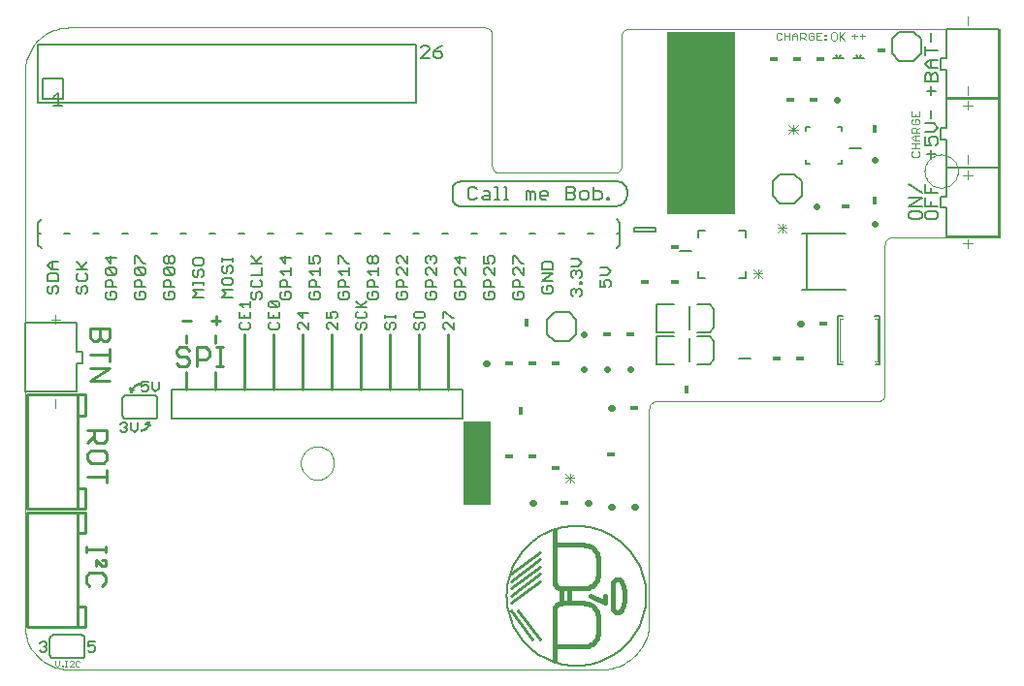
<source format=gto>
G75*
G70*
%OFA0B0*%
%FSLAX24Y24*%
%IPPOS*%
%LPD*%
%AMOC8*
5,1,8,0,0,1.08239X$1,22.5*
%
%ADD10C,0.0060*%
%ADD11C,0.0090*%
%ADD12C,0.0110*%
%ADD13R,0.0960X0.2900*%
%ADD14C,0.0160*%
%ADD15C,0.0100*%
%ADD16C,0.0020*%
%ADD17C,0.0040*%
%ADD18C,0.0030*%
%ADD19C,0.0010*%
%ADD20C,0.0050*%
%ADD21C,0.0000*%
%ADD22C,0.0080*%
%ADD23C,0.0220*%
%ADD24R,0.0300X0.0180*%
%ADD25R,0.0180X0.0300*%
%ADD26R,0.2362X0.6299*%
D10*
X007442Y002054D02*
X007386Y002111D01*
X007442Y002054D02*
X007556Y002054D01*
X007612Y002111D01*
X007612Y002168D01*
X007556Y002225D01*
X007499Y002225D01*
X007556Y002225D02*
X007612Y002281D01*
X007612Y002338D01*
X007556Y002395D01*
X007442Y002395D01*
X007386Y002338D01*
X007724Y002524D02*
X007724Y001924D01*
X007726Y001907D01*
X007730Y001890D01*
X007737Y001874D01*
X007747Y001860D01*
X007760Y001847D01*
X007774Y001837D01*
X007790Y001830D01*
X007807Y001826D01*
X007824Y001824D01*
X008824Y001824D01*
X008841Y001826D01*
X008858Y001830D01*
X008874Y001837D01*
X008888Y001847D01*
X008901Y001860D01*
X008911Y001874D01*
X008918Y001890D01*
X008922Y001907D01*
X008924Y001924D01*
X008924Y002524D01*
X008922Y002541D01*
X008918Y002558D01*
X008911Y002574D01*
X008901Y002588D01*
X008888Y002601D01*
X008874Y002611D01*
X008858Y002618D01*
X008841Y002622D01*
X008824Y002624D01*
X007824Y002624D01*
X007807Y002622D01*
X007790Y002618D01*
X007774Y002611D01*
X007760Y002601D01*
X007747Y002588D01*
X007737Y002574D01*
X007730Y002558D01*
X007726Y002541D01*
X007724Y002524D01*
X009036Y002395D02*
X009036Y002225D01*
X009149Y002281D01*
X009206Y002281D01*
X009262Y002225D01*
X009262Y002111D01*
X009206Y002054D01*
X009092Y002054D01*
X009036Y002111D01*
X009036Y002395D02*
X009262Y002395D01*
X010211Y009604D02*
X010154Y009661D01*
X010211Y009604D02*
X010324Y009604D01*
X010381Y009661D01*
X010381Y009718D01*
X010324Y009775D01*
X010267Y009775D01*
X010324Y009775D02*
X010381Y009831D01*
X010381Y009888D01*
X010324Y009945D01*
X010211Y009945D01*
X010154Y009888D01*
X010324Y010074D02*
X011324Y010074D01*
X011341Y010076D01*
X011358Y010080D01*
X011374Y010087D01*
X011388Y010097D01*
X011401Y010110D01*
X011411Y010124D01*
X011418Y010140D01*
X011422Y010157D01*
X011424Y010174D01*
X011424Y010774D01*
X011422Y010791D01*
X011418Y010808D01*
X011411Y010824D01*
X011401Y010838D01*
X011388Y010851D01*
X011374Y010861D01*
X011358Y010868D01*
X011341Y010872D01*
X011324Y010874D01*
X010324Y010874D01*
X010307Y010872D01*
X010290Y010868D01*
X010274Y010861D01*
X010260Y010851D01*
X010247Y010838D01*
X010237Y010824D01*
X010230Y010808D01*
X010226Y010791D01*
X010224Y010774D01*
X010224Y010174D01*
X010226Y010157D01*
X010230Y010140D01*
X010237Y010124D01*
X010247Y010110D01*
X010260Y010097D01*
X010274Y010087D01*
X010290Y010080D01*
X010307Y010076D01*
X010324Y010074D01*
X010522Y009945D02*
X010522Y009718D01*
X010636Y009604D01*
X010749Y009718D01*
X010749Y009945D01*
X011024Y009874D02*
X011174Y009824D01*
X011124Y009974D01*
X011024Y009874D01*
X011037Y011004D02*
X010924Y011004D01*
X010867Y011061D01*
X010867Y011175D02*
X010981Y011231D01*
X011037Y011231D01*
X011094Y011175D01*
X011094Y011061D01*
X011037Y011004D01*
X011236Y011118D02*
X011349Y011004D01*
X011462Y011118D01*
X011462Y011345D01*
X011236Y011345D02*
X011236Y011118D01*
X011094Y011345D02*
X010867Y011345D01*
X010867Y011175D01*
X010624Y011074D02*
X010524Y010974D01*
X010474Y011124D01*
X010624Y011074D01*
X014254Y013211D02*
X014310Y013154D01*
X014537Y013154D01*
X014594Y013211D01*
X014594Y013325D01*
X014537Y013381D01*
X014594Y013523D02*
X014594Y013750D01*
X014594Y013891D02*
X014594Y014118D01*
X014594Y014004D02*
X014254Y014004D01*
X014367Y013891D01*
X014254Y013750D02*
X014254Y013523D01*
X014594Y013523D01*
X014424Y013523D02*
X014424Y013636D01*
X014310Y013381D02*
X014254Y013325D01*
X014254Y013211D01*
X015254Y013211D02*
X015310Y013154D01*
X015537Y013154D01*
X015594Y013211D01*
X015594Y013325D01*
X015537Y013381D01*
X015594Y013523D02*
X015254Y013523D01*
X015254Y013750D01*
X015310Y013891D02*
X015254Y013948D01*
X015254Y014061D01*
X015310Y014118D01*
X015537Y013891D01*
X015594Y013948D01*
X015594Y014061D01*
X015537Y014118D01*
X015310Y014118D01*
X015310Y013891D02*
X015537Y013891D01*
X015594Y013750D02*
X015594Y013523D01*
X015424Y013523D02*
X015424Y013636D01*
X015310Y013381D02*
X015254Y013325D01*
X015254Y013211D01*
X016254Y013211D02*
X016310Y013154D01*
X016254Y013211D02*
X016254Y013325D01*
X016310Y013381D01*
X016367Y013381D01*
X016594Y013154D01*
X016594Y013381D01*
X016424Y013523D02*
X016254Y013693D01*
X016594Y013693D01*
X016424Y013750D02*
X016424Y013523D01*
X017254Y013523D02*
X017254Y013750D01*
X017367Y013693D02*
X017424Y013750D01*
X017537Y013750D01*
X017594Y013693D01*
X017594Y013579D01*
X017537Y013523D01*
X017424Y013523D02*
X017367Y013636D01*
X017367Y013693D01*
X017424Y013523D02*
X017254Y013523D01*
X017310Y013381D02*
X017254Y013325D01*
X017254Y013211D01*
X017310Y013154D01*
X017310Y013381D02*
X017367Y013381D01*
X017594Y013154D01*
X017594Y013381D01*
X018254Y013325D02*
X018254Y013211D01*
X018310Y013154D01*
X018367Y013154D01*
X018424Y013211D01*
X018424Y013325D01*
X018480Y013381D01*
X018537Y013381D01*
X018594Y013325D01*
X018594Y013211D01*
X018537Y013154D01*
X018310Y013381D02*
X018254Y013325D01*
X018310Y013523D02*
X018537Y013523D01*
X018594Y013579D01*
X018594Y013693D01*
X018537Y013750D01*
X018480Y013891D02*
X018254Y014118D01*
X018254Y013891D02*
X018594Y013891D01*
X018424Y013948D02*
X018594Y014118D01*
X018694Y014176D02*
X018954Y014176D01*
X019019Y014241D01*
X019019Y014371D01*
X018954Y014436D01*
X018824Y014436D01*
X018824Y014306D01*
X018694Y014436D02*
X018629Y014371D01*
X018629Y014241D01*
X018694Y014176D01*
X018310Y013750D02*
X018254Y013693D01*
X018254Y013579D01*
X018310Y013523D01*
X017954Y014176D02*
X017694Y014176D01*
X017629Y014241D01*
X017629Y014371D01*
X017694Y014436D01*
X017824Y014436D02*
X017824Y014306D01*
X017824Y014436D02*
X017954Y014436D01*
X018019Y014371D01*
X018019Y014241D01*
X017954Y014176D01*
X018019Y014590D02*
X017629Y014590D01*
X017629Y014785D01*
X017694Y014850D01*
X017824Y014850D01*
X017889Y014785D01*
X017889Y014590D01*
X018019Y015004D02*
X018019Y015265D01*
X018019Y015135D02*
X017629Y015135D01*
X017759Y015004D01*
X017629Y015419D02*
X017629Y015679D01*
X017694Y015679D01*
X017954Y015419D01*
X018019Y015419D01*
X018629Y015484D02*
X018629Y015614D01*
X018694Y015679D01*
X018759Y015679D01*
X018824Y015614D01*
X018824Y015484D01*
X018759Y015419D01*
X018694Y015419D01*
X018629Y015484D01*
X018824Y015484D02*
X018889Y015419D01*
X018954Y015419D01*
X019019Y015484D01*
X019019Y015614D01*
X018954Y015679D01*
X018889Y015679D01*
X018824Y015614D01*
X019019Y015265D02*
X019019Y015004D01*
X019019Y015135D02*
X018629Y015135D01*
X018759Y015004D01*
X018824Y014850D02*
X018889Y014785D01*
X018889Y014590D01*
X019019Y014590D02*
X018629Y014590D01*
X018629Y014785D01*
X018694Y014850D01*
X018824Y014850D01*
X019629Y014785D02*
X019694Y014850D01*
X019824Y014850D01*
X019889Y014785D01*
X019889Y014590D01*
X020019Y014590D02*
X019629Y014590D01*
X019629Y014785D01*
X019694Y015004D02*
X019629Y015069D01*
X019629Y015200D01*
X019694Y015265D01*
X019759Y015265D01*
X020019Y015004D01*
X020019Y015265D01*
X020019Y015419D02*
X019759Y015679D01*
X019694Y015679D01*
X019629Y015614D01*
X019629Y015484D01*
X019694Y015419D01*
X020019Y015419D02*
X020019Y015679D01*
X020629Y015614D02*
X020694Y015679D01*
X020759Y015679D01*
X020824Y015614D01*
X020889Y015679D01*
X020954Y015679D01*
X021019Y015614D01*
X021019Y015484D01*
X020954Y015419D01*
X021019Y015265D02*
X021019Y015004D01*
X020759Y015265D01*
X020694Y015265D01*
X020629Y015200D01*
X020629Y015069D01*
X020694Y015004D01*
X020694Y014850D02*
X020824Y014850D01*
X020889Y014785D01*
X020889Y014590D01*
X021019Y014590D02*
X020629Y014590D01*
X020629Y014785D01*
X020694Y014850D01*
X020694Y014436D02*
X020629Y014371D01*
X020629Y014241D01*
X020694Y014176D01*
X020954Y014176D01*
X021019Y014241D01*
X021019Y014371D01*
X020954Y014436D01*
X020824Y014436D01*
X020824Y014306D01*
X021629Y014371D02*
X021629Y014241D01*
X021694Y014176D01*
X021954Y014176D01*
X022019Y014241D01*
X022019Y014371D01*
X021954Y014436D01*
X021824Y014436D01*
X021824Y014306D01*
X021694Y014436D02*
X021629Y014371D01*
X021629Y014590D02*
X021629Y014785D01*
X021694Y014850D01*
X021824Y014850D01*
X021889Y014785D01*
X021889Y014590D01*
X022019Y014590D02*
X021629Y014590D01*
X021694Y015004D02*
X021629Y015069D01*
X021629Y015200D01*
X021694Y015265D01*
X021759Y015265D01*
X022019Y015004D01*
X022019Y015265D01*
X021824Y015419D02*
X021629Y015614D01*
X022019Y015614D01*
X021824Y015679D02*
X021824Y015419D01*
X022629Y015419D02*
X022824Y015419D01*
X022759Y015549D01*
X022759Y015614D01*
X022824Y015679D01*
X022954Y015679D01*
X023019Y015614D01*
X023019Y015484D01*
X022954Y015419D01*
X023019Y015265D02*
X023019Y015004D01*
X022759Y015265D01*
X022694Y015265D01*
X022629Y015200D01*
X022629Y015069D01*
X022694Y015004D01*
X022694Y014850D02*
X022824Y014850D01*
X022889Y014785D01*
X022889Y014590D01*
X023019Y014590D02*
X022629Y014590D01*
X022629Y014785D01*
X022694Y014850D01*
X022694Y014436D02*
X022629Y014371D01*
X022629Y014241D01*
X022694Y014176D01*
X022954Y014176D01*
X023019Y014241D01*
X023019Y014371D01*
X022954Y014436D01*
X022824Y014436D01*
X022824Y014306D01*
X023629Y014371D02*
X023629Y014241D01*
X023694Y014176D01*
X023954Y014176D01*
X024019Y014241D01*
X024019Y014371D01*
X023954Y014436D01*
X023824Y014436D01*
X023824Y014306D01*
X023694Y014436D02*
X023629Y014371D01*
X023629Y014590D02*
X023629Y014785D01*
X023694Y014850D01*
X023824Y014850D01*
X023889Y014785D01*
X023889Y014590D01*
X024019Y014590D02*
X023629Y014590D01*
X023694Y015004D02*
X023629Y015069D01*
X023629Y015200D01*
X023694Y015265D01*
X023759Y015265D01*
X024019Y015004D01*
X024019Y015265D01*
X024019Y015419D02*
X023954Y015419D01*
X023694Y015679D01*
X023629Y015679D01*
X023629Y015419D01*
X024629Y015407D02*
X024629Y015212D01*
X025019Y015212D01*
X025019Y015407D01*
X024954Y015472D01*
X024694Y015472D01*
X024629Y015407D01*
X024629Y015057D02*
X025019Y015057D01*
X024629Y014797D01*
X025019Y014797D01*
X024954Y014643D02*
X024824Y014643D01*
X024824Y014513D01*
X024954Y014643D02*
X025019Y014578D01*
X025019Y014448D01*
X024954Y014383D01*
X024694Y014383D01*
X024629Y014448D01*
X024629Y014578D01*
X024694Y014643D01*
X025629Y014474D02*
X025694Y014540D01*
X025759Y014540D01*
X025824Y014474D01*
X025889Y014540D01*
X025954Y014540D01*
X026019Y014474D01*
X026019Y014344D01*
X025954Y014279D01*
X025824Y014409D02*
X025824Y014474D01*
X025629Y014474D02*
X025629Y014344D01*
X025694Y014279D01*
X025954Y014694D02*
X025954Y014759D01*
X026019Y014759D01*
X026019Y014694D01*
X025954Y014694D01*
X025954Y014901D02*
X026019Y014966D01*
X026019Y015096D01*
X025954Y015161D01*
X025889Y015161D01*
X025824Y015096D01*
X025824Y015031D01*
X025824Y015096D02*
X025759Y015161D01*
X025694Y015161D01*
X025629Y015096D01*
X025629Y014966D01*
X025694Y014901D01*
X025629Y015315D02*
X025889Y015315D01*
X026019Y015445D01*
X025889Y015575D01*
X025629Y015575D01*
X026629Y015265D02*
X026889Y015265D01*
X027019Y015135D01*
X026889Y015004D01*
X026629Y015004D01*
X026629Y014850D02*
X026629Y014590D01*
X026824Y014590D01*
X026759Y014720D01*
X026759Y014785D01*
X026824Y014850D01*
X026954Y014850D01*
X027019Y014785D01*
X027019Y014655D01*
X026954Y014590D01*
X029364Y015854D02*
X029764Y015854D01*
X030004Y016314D02*
X030004Y016544D01*
X030234Y016544D01*
X031414Y016544D02*
X031644Y016544D01*
X031644Y016314D01*
X031644Y015134D02*
X031644Y014904D01*
X031414Y014904D01*
X030234Y014904D02*
X030004Y014904D01*
X030004Y015134D01*
X027144Y017374D02*
X021843Y017374D01*
X021843Y017375D02*
X021813Y017377D01*
X021783Y017382D01*
X021754Y017390D01*
X021726Y017402D01*
X021700Y017416D01*
X021675Y017434D01*
X021653Y017454D01*
X021633Y017476D01*
X021615Y017501D01*
X021601Y017527D01*
X021589Y017555D01*
X021581Y017584D01*
X021576Y017614D01*
X021574Y017644D01*
X021574Y017974D01*
X021576Y018004D01*
X021581Y018034D01*
X021590Y018063D01*
X021603Y018090D01*
X021618Y018116D01*
X021637Y018140D01*
X021658Y018161D01*
X021682Y018180D01*
X021708Y018195D01*
X021735Y018208D01*
X021764Y018217D01*
X021794Y018222D01*
X021824Y018224D01*
X027220Y018224D01*
X027220Y018225D02*
X027257Y018223D01*
X027294Y018217D01*
X027329Y018208D01*
X027364Y018194D01*
X027397Y018178D01*
X027428Y018157D01*
X027457Y018134D01*
X027483Y018108D01*
X027506Y018079D01*
X027527Y018048D01*
X027543Y018015D01*
X027557Y017980D01*
X027566Y017945D01*
X027572Y017908D01*
X027574Y017871D01*
X027574Y017805D01*
X027572Y017765D01*
X027567Y017726D01*
X027558Y017687D01*
X027545Y017650D01*
X027529Y017613D01*
X027510Y017579D01*
X027487Y017546D01*
X027462Y017515D01*
X027434Y017487D01*
X027403Y017462D01*
X027370Y017439D01*
X027336Y017420D01*
X027299Y017404D01*
X027262Y017391D01*
X027223Y017382D01*
X027184Y017377D01*
X027144Y017375D01*
X026935Y017604D02*
X026861Y017604D01*
X026861Y017678D01*
X026935Y017678D01*
X026935Y017604D01*
X026694Y017678D02*
X026694Y017825D01*
X026621Y017898D01*
X026401Y017898D01*
X026401Y018045D02*
X026401Y017604D01*
X026621Y017604D01*
X026694Y017678D01*
X026234Y017678D02*
X026234Y017825D01*
X026161Y017898D01*
X026014Y017898D01*
X025941Y017825D01*
X025941Y017678D01*
X026014Y017604D01*
X026161Y017604D01*
X026234Y017678D01*
X025774Y017678D02*
X025700Y017604D01*
X025480Y017604D01*
X025480Y018045D01*
X025700Y018045D01*
X025774Y017971D01*
X025774Y017898D01*
X025700Y017825D01*
X025480Y017825D01*
X025700Y017825D02*
X025774Y017751D01*
X025774Y017678D01*
X024853Y017751D02*
X024559Y017751D01*
X024559Y017678D02*
X024559Y017825D01*
X024633Y017898D01*
X024780Y017898D01*
X024853Y017825D01*
X024853Y017751D01*
X024780Y017604D02*
X024633Y017604D01*
X024559Y017678D01*
X024393Y017604D02*
X024393Y017825D01*
X024319Y017898D01*
X024246Y017825D01*
X024246Y017604D01*
X024099Y017604D02*
X024099Y017898D01*
X024172Y017898D01*
X024246Y017825D01*
X023478Y017604D02*
X023332Y017604D01*
X023405Y017604D02*
X023405Y018045D01*
X023332Y018045D01*
X023098Y018045D02*
X023098Y017604D01*
X023025Y017604D02*
X023171Y017604D01*
X022858Y017604D02*
X022858Y017825D01*
X022784Y017898D01*
X022638Y017898D01*
X022638Y017751D02*
X022564Y017678D01*
X022638Y017604D01*
X022858Y017604D01*
X022858Y017751D02*
X022638Y017751D01*
X022397Y017678D02*
X022324Y017604D01*
X022177Y017604D01*
X022104Y017678D01*
X022104Y017971D01*
X022177Y018045D01*
X022324Y018045D01*
X022397Y017971D01*
X023025Y018045D02*
X023098Y018045D01*
X022629Y015679D02*
X022629Y015419D01*
X020824Y015549D02*
X020824Y015614D01*
X020629Y015614D02*
X020629Y015484D01*
X020694Y015419D01*
X019954Y014436D02*
X019824Y014436D01*
X019824Y014306D01*
X019954Y014436D02*
X020019Y014371D01*
X020019Y014241D01*
X019954Y014176D01*
X019694Y014176D01*
X019629Y014241D01*
X019629Y014371D01*
X019694Y014436D01*
X020310Y013750D02*
X020254Y013693D01*
X020254Y013579D01*
X020310Y013523D01*
X020537Y013523D01*
X020594Y013579D01*
X020594Y013693D01*
X020537Y013750D01*
X020310Y013750D01*
X019594Y013636D02*
X019594Y013523D01*
X019594Y013579D02*
X019254Y013579D01*
X019254Y013523D02*
X019254Y013636D01*
X019310Y013381D02*
X019254Y013325D01*
X019254Y013211D01*
X019310Y013154D01*
X019367Y013154D01*
X019424Y013211D01*
X019424Y013325D01*
X019480Y013381D01*
X019537Y013381D01*
X019594Y013325D01*
X019594Y013211D01*
X019537Y013154D01*
X020254Y013211D02*
X020310Y013154D01*
X020367Y013154D01*
X020424Y013211D01*
X020424Y013325D01*
X020480Y013381D01*
X020537Y013381D01*
X020594Y013325D01*
X020594Y013211D01*
X020537Y013154D01*
X020254Y013211D02*
X020254Y013325D01*
X020310Y013381D01*
X021254Y013325D02*
X021254Y013211D01*
X021310Y013154D01*
X021254Y013325D02*
X021310Y013381D01*
X021367Y013381D01*
X021594Y013154D01*
X021594Y013381D01*
X021594Y013523D02*
X021537Y013523D01*
X021310Y013750D01*
X021254Y013750D01*
X021254Y013523D01*
X017019Y014241D02*
X017019Y014371D01*
X016954Y014436D01*
X016824Y014436D01*
X016824Y014306D01*
X016694Y014176D02*
X016954Y014176D01*
X017019Y014241D01*
X016694Y014176D02*
X016629Y014241D01*
X016629Y014371D01*
X016694Y014436D01*
X016629Y014590D02*
X016629Y014785D01*
X016694Y014850D01*
X016824Y014850D01*
X016889Y014785D01*
X016889Y014590D01*
X017019Y014590D02*
X016629Y014590D01*
X016759Y015004D02*
X016629Y015135D01*
X017019Y015135D01*
X017019Y015265D02*
X017019Y015004D01*
X016954Y015419D02*
X017019Y015484D01*
X017019Y015614D01*
X016954Y015679D01*
X016824Y015679D01*
X016759Y015614D01*
X016759Y015549D01*
X016824Y015419D01*
X016629Y015419D01*
X016629Y015679D01*
X016019Y015614D02*
X015629Y015614D01*
X015824Y015419D01*
X015824Y015679D01*
X016019Y015265D02*
X016019Y015004D01*
X016019Y015135D02*
X015629Y015135D01*
X015759Y015004D01*
X015824Y014850D02*
X015889Y014785D01*
X015889Y014590D01*
X016019Y014590D02*
X015629Y014590D01*
X015629Y014785D01*
X015694Y014850D01*
X015824Y014850D01*
X015824Y014436D02*
X015824Y014306D01*
X015824Y014436D02*
X015954Y014436D01*
X016019Y014371D01*
X016019Y014241D01*
X015954Y014176D01*
X015694Y014176D01*
X015629Y014241D01*
X015629Y014371D01*
X015694Y014436D01*
X015019Y014371D02*
X015019Y014241D01*
X014954Y014176D01*
X014824Y014241D02*
X014824Y014371D01*
X014889Y014436D01*
X014954Y014436D01*
X015019Y014371D01*
X014954Y014590D02*
X015019Y014655D01*
X015019Y014785D01*
X014954Y014850D01*
X015019Y015004D02*
X015019Y015265D01*
X015019Y015419D02*
X014629Y015419D01*
X014824Y015484D02*
X015019Y015679D01*
X014889Y015419D02*
X014629Y015679D01*
X014019Y015618D02*
X014019Y015488D01*
X014019Y015553D02*
X013629Y015553D01*
X013629Y015488D02*
X013629Y015618D01*
X013694Y015334D02*
X013629Y015269D01*
X013629Y015139D01*
X013694Y015073D01*
X013759Y015073D01*
X013824Y015139D01*
X013824Y015269D01*
X013889Y015334D01*
X013954Y015334D01*
X014019Y015269D01*
X014019Y015139D01*
X013954Y015073D01*
X013954Y014919D02*
X013694Y014919D01*
X013629Y014854D01*
X013629Y014724D01*
X013694Y014659D01*
X013954Y014659D01*
X014019Y014724D01*
X014019Y014854D01*
X013954Y014919D01*
X014019Y014505D02*
X013629Y014505D01*
X013759Y014375D01*
X013629Y014245D01*
X014019Y014245D01*
X014629Y014241D02*
X014694Y014176D01*
X014759Y014176D01*
X014824Y014241D01*
X014629Y014241D02*
X014629Y014371D01*
X014694Y014436D01*
X014694Y014590D02*
X014954Y014590D01*
X014694Y014590D02*
X014629Y014655D01*
X014629Y014785D01*
X014694Y014850D01*
X014629Y015004D02*
X015019Y015004D01*
X013019Y015000D02*
X012954Y014935D01*
X013019Y015000D02*
X013019Y015131D01*
X012954Y015196D01*
X012889Y015196D01*
X012824Y015131D01*
X012824Y015000D01*
X012759Y014935D01*
X012694Y014935D01*
X012629Y015000D01*
X012629Y015131D01*
X012694Y015196D01*
X012694Y015350D02*
X012954Y015350D01*
X013019Y015415D01*
X013019Y015545D01*
X012954Y015610D01*
X012694Y015610D01*
X012629Y015545D01*
X012629Y015415D01*
X012694Y015350D01*
X012019Y015484D02*
X011954Y015419D01*
X011889Y015419D01*
X011824Y015484D01*
X011824Y015614D01*
X011889Y015679D01*
X011954Y015679D01*
X012019Y015614D01*
X012019Y015484D01*
X011824Y015484D02*
X011759Y015419D01*
X011694Y015419D01*
X011629Y015484D01*
X011629Y015614D01*
X011694Y015679D01*
X011759Y015679D01*
X011824Y015614D01*
X011954Y015265D02*
X012019Y015200D01*
X012019Y015069D01*
X011954Y015004D01*
X011694Y015265D01*
X011954Y015265D01*
X011694Y015265D02*
X011629Y015200D01*
X011629Y015069D01*
X011694Y015004D01*
X011954Y015004D01*
X011824Y014850D02*
X011889Y014785D01*
X011889Y014590D01*
X012019Y014590D02*
X011629Y014590D01*
X011629Y014785D01*
X011694Y014850D01*
X011824Y014850D01*
X011824Y014436D02*
X011824Y014306D01*
X011824Y014436D02*
X011954Y014436D01*
X012019Y014371D01*
X012019Y014241D01*
X011954Y014176D01*
X011694Y014176D01*
X011629Y014241D01*
X011629Y014371D01*
X011694Y014436D01*
X011019Y014371D02*
X011019Y014241D01*
X010954Y014176D01*
X010694Y014176D01*
X010629Y014241D01*
X010629Y014371D01*
X010694Y014436D01*
X010824Y014436D02*
X010824Y014306D01*
X010824Y014436D02*
X010954Y014436D01*
X011019Y014371D01*
X011019Y014590D02*
X010629Y014590D01*
X010629Y014785D01*
X010694Y014850D01*
X010824Y014850D01*
X010889Y014785D01*
X010889Y014590D01*
X010954Y015004D02*
X010694Y015265D01*
X010954Y015265D01*
X011019Y015200D01*
X011019Y015069D01*
X010954Y015004D01*
X010694Y015004D01*
X010629Y015069D01*
X010629Y015200D01*
X010694Y015265D01*
X010629Y015419D02*
X010629Y015679D01*
X010694Y015679D01*
X010954Y015419D01*
X011019Y015419D01*
X010019Y015614D02*
X009629Y015614D01*
X009824Y015419D01*
X009824Y015679D01*
X009694Y015265D02*
X009954Y015265D01*
X010019Y015200D01*
X010019Y015069D01*
X009954Y015004D01*
X009694Y015265D01*
X009629Y015200D01*
X009629Y015069D01*
X009694Y015004D01*
X009954Y015004D01*
X009824Y014850D02*
X009889Y014785D01*
X009889Y014590D01*
X010019Y014590D02*
X009629Y014590D01*
X009629Y014785D01*
X009694Y014850D01*
X009824Y014850D01*
X009824Y014436D02*
X009824Y014306D01*
X009824Y014436D02*
X009954Y014436D01*
X010019Y014371D01*
X010019Y014241D01*
X009954Y014176D01*
X009694Y014176D01*
X009629Y014241D01*
X009629Y014371D01*
X009694Y014436D01*
X009019Y014448D02*
X009019Y014578D01*
X008954Y014643D01*
X008889Y014643D01*
X008824Y014578D01*
X008824Y014448D01*
X008759Y014383D01*
X008694Y014383D01*
X008629Y014448D01*
X008629Y014578D01*
X008694Y014643D01*
X008694Y014797D02*
X008954Y014797D01*
X009019Y014862D01*
X009019Y014992D01*
X008954Y015057D01*
X009019Y015212D02*
X008629Y015212D01*
X008694Y015057D02*
X008629Y014992D01*
X008629Y014862D01*
X008694Y014797D01*
X009019Y014448D02*
X008954Y014383D01*
X008019Y014448D02*
X007954Y014383D01*
X008019Y014448D02*
X008019Y014578D01*
X007954Y014643D01*
X007889Y014643D01*
X007824Y014578D01*
X007824Y014448D01*
X007759Y014383D01*
X007694Y014383D01*
X007629Y014448D01*
X007629Y014578D01*
X007694Y014643D01*
X007629Y014797D02*
X007629Y014992D01*
X007694Y015057D01*
X007954Y015057D01*
X008019Y014992D01*
X008019Y014797D01*
X007629Y014797D01*
X007759Y015212D02*
X007629Y015342D01*
X007759Y015472D01*
X008019Y015472D01*
X007824Y015472D02*
X007824Y015212D01*
X007759Y015212D02*
X008019Y015212D01*
X008629Y015472D02*
X008889Y015212D01*
X008824Y015277D02*
X009019Y015472D01*
X012629Y014789D02*
X012629Y014659D01*
X012629Y014724D02*
X013019Y014724D01*
X013019Y014659D02*
X013019Y014789D01*
X013019Y014505D02*
X012629Y014505D01*
X012759Y014375D01*
X012629Y014245D01*
X013019Y014245D01*
X023424Y003974D02*
X023427Y004092D01*
X023436Y004209D01*
X023450Y004326D01*
X023470Y004442D01*
X023496Y004557D01*
X023527Y004671D01*
X023564Y004783D01*
X023607Y004892D01*
X023654Y005000D01*
X023707Y005105D01*
X023765Y005208D01*
X023828Y005307D01*
X023896Y005404D01*
X023969Y005497D01*
X024046Y005586D01*
X024127Y005671D01*
X024212Y005752D01*
X024301Y005829D01*
X024394Y005902D01*
X024491Y005970D01*
X024590Y006033D01*
X024693Y006091D01*
X024798Y006144D01*
X024906Y006191D01*
X025015Y006234D01*
X025127Y006271D01*
X025241Y006302D01*
X025356Y006328D01*
X025472Y006348D01*
X025589Y006362D01*
X025706Y006371D01*
X025824Y006374D01*
X025942Y006371D01*
X026059Y006362D01*
X026176Y006348D01*
X026292Y006328D01*
X026407Y006302D01*
X026521Y006271D01*
X026633Y006234D01*
X026742Y006191D01*
X026850Y006144D01*
X026955Y006091D01*
X027058Y006033D01*
X027157Y005970D01*
X027254Y005902D01*
X027347Y005829D01*
X027436Y005752D01*
X027521Y005671D01*
X027602Y005586D01*
X027679Y005497D01*
X027752Y005404D01*
X027820Y005307D01*
X027883Y005208D01*
X027941Y005105D01*
X027994Y005000D01*
X028041Y004892D01*
X028084Y004783D01*
X028121Y004671D01*
X028152Y004557D01*
X028178Y004442D01*
X028198Y004326D01*
X028212Y004209D01*
X028221Y004092D01*
X028224Y003974D01*
X028221Y003856D01*
X028212Y003739D01*
X028198Y003622D01*
X028178Y003506D01*
X028152Y003391D01*
X028121Y003277D01*
X028084Y003165D01*
X028041Y003056D01*
X027994Y002948D01*
X027941Y002843D01*
X027883Y002740D01*
X027820Y002641D01*
X027752Y002544D01*
X027679Y002451D01*
X027602Y002362D01*
X027521Y002277D01*
X027436Y002196D01*
X027347Y002119D01*
X027254Y002046D01*
X027157Y001978D01*
X027058Y001915D01*
X026955Y001857D01*
X026850Y001804D01*
X026742Y001757D01*
X026633Y001714D01*
X026521Y001677D01*
X026407Y001646D01*
X026292Y001620D01*
X026176Y001600D01*
X026059Y001586D01*
X025942Y001577D01*
X025824Y001574D01*
X025706Y001577D01*
X025589Y001586D01*
X025472Y001600D01*
X025356Y001620D01*
X025241Y001646D01*
X025127Y001677D01*
X025015Y001714D01*
X024906Y001757D01*
X024798Y001804D01*
X024693Y001857D01*
X024590Y001915D01*
X024491Y001978D01*
X024394Y002046D01*
X024301Y002119D01*
X024212Y002196D01*
X024127Y002277D01*
X024046Y002362D01*
X023969Y002451D01*
X023896Y002544D01*
X023828Y002641D01*
X023765Y002740D01*
X023707Y002843D01*
X023654Y002948D01*
X023607Y003056D01*
X023564Y003165D01*
X023527Y003277D01*
X023496Y003391D01*
X023470Y003506D01*
X023450Y003622D01*
X023436Y003739D01*
X023427Y003856D01*
X023424Y003974D01*
X034794Y011944D02*
X034974Y011944D01*
X034794Y011944D02*
X034794Y013604D01*
X034964Y013604D01*
X036084Y013604D02*
X036254Y013604D01*
X036254Y011944D01*
X036094Y011944D01*
X037327Y016923D02*
X037621Y016923D01*
X037694Y016997D01*
X037694Y017143D01*
X037621Y017217D01*
X037327Y017217D01*
X037254Y017143D01*
X037254Y016997D01*
X037327Y016923D01*
X037804Y016997D02*
X037877Y016923D01*
X038171Y016923D01*
X038244Y016997D01*
X038244Y017143D01*
X038171Y017217D01*
X037877Y017217D01*
X037804Y017143D01*
X037804Y016997D01*
X037804Y017384D02*
X037804Y017677D01*
X037694Y017677D02*
X037254Y017677D01*
X037254Y017384D02*
X037694Y017677D01*
X037694Y017844D02*
X037254Y018138D01*
X037804Y018138D02*
X037804Y017844D01*
X038244Y017844D01*
X038024Y017844D02*
X038024Y017991D01*
X038024Y017530D02*
X038024Y017384D01*
X038244Y017384D02*
X037804Y017384D01*
X037694Y017384D02*
X037254Y017384D01*
X038024Y019013D02*
X038024Y019306D01*
X038024Y019473D02*
X037950Y019620D01*
X037950Y019693D01*
X038024Y019767D01*
X038171Y019767D01*
X038244Y019693D01*
X038244Y019547D01*
X038171Y019473D01*
X038024Y019473D02*
X037804Y019473D01*
X037804Y019767D01*
X037804Y019934D02*
X038097Y019934D01*
X038244Y020080D01*
X038097Y020227D01*
X037804Y020227D01*
X038024Y020394D02*
X038024Y020688D01*
X038024Y021202D02*
X038024Y021496D01*
X038024Y021663D02*
X038024Y021883D01*
X038097Y021956D01*
X038171Y021956D01*
X038244Y021883D01*
X038244Y021663D01*
X037804Y021663D01*
X037804Y021883D01*
X037877Y021956D01*
X037950Y021956D01*
X038024Y021883D01*
X038024Y022123D02*
X038024Y022417D01*
X037950Y022417D02*
X038244Y022417D01*
X037950Y022417D02*
X037804Y022270D01*
X037950Y022123D01*
X038244Y022123D01*
X037804Y022584D02*
X037804Y022877D01*
X037804Y022730D02*
X038244Y022730D01*
X038024Y023044D02*
X038024Y023338D01*
X037877Y021349D02*
X038171Y021349D01*
X038171Y019160D02*
X037877Y019160D01*
X035594Y019384D02*
X035204Y019384D01*
X034944Y018984D02*
X034944Y018854D01*
X034814Y018854D01*
X033834Y018854D02*
X033704Y018854D01*
X033704Y018984D01*
X033704Y019964D02*
X033704Y020094D01*
X033834Y020094D01*
X034814Y020094D02*
X034944Y020094D01*
X034944Y019964D01*
D11*
X013670Y012530D02*
X013450Y012530D01*
X013560Y012530D02*
X013560Y011869D01*
X013450Y011869D02*
X013670Y011869D01*
X013200Y012200D02*
X013090Y012090D01*
X012759Y012090D01*
X012759Y011869D02*
X012759Y012530D01*
X013090Y012530D01*
X013200Y012420D01*
X013200Y012200D01*
X012509Y012090D02*
X012509Y011980D01*
X012399Y011869D01*
X012179Y011869D01*
X012069Y011980D01*
X012179Y012200D02*
X012399Y012200D01*
X012509Y012090D01*
X012179Y012200D02*
X012069Y012310D01*
X012069Y012420D01*
X012179Y012530D01*
X012399Y012530D01*
X012509Y012420D01*
X009779Y012489D02*
X009779Y012048D01*
X009779Y012269D02*
X009119Y012269D01*
X009119Y011798D02*
X009779Y011798D01*
X009119Y011358D01*
X009779Y011358D01*
X009669Y012739D02*
X009559Y012739D01*
X009449Y012849D01*
X009449Y013179D01*
X009449Y012849D02*
X009339Y012739D01*
X009229Y012739D01*
X009119Y012849D01*
X009119Y013179D01*
X009779Y013179D01*
X009779Y012849D01*
X009669Y012739D01*
X009679Y009679D02*
X009019Y009679D01*
X009239Y009679D02*
X009239Y009349D01*
X009349Y009239D01*
X009569Y009239D01*
X009679Y009349D01*
X009679Y009679D01*
X009239Y009459D02*
X009019Y009239D01*
X009129Y008989D02*
X009019Y008879D01*
X009019Y008659D01*
X009129Y008548D01*
X009569Y008548D01*
X009679Y008659D01*
X009679Y008879D01*
X009569Y008989D01*
X009129Y008989D01*
X009679Y008298D02*
X009679Y007858D01*
X009679Y008078D02*
X009019Y008078D01*
X008969Y005679D02*
X008969Y005459D01*
X008969Y005569D02*
X009629Y005569D01*
X009629Y005679D02*
X009629Y005459D01*
X009629Y005219D02*
X009629Y004999D01*
X009519Y004999D01*
X009299Y005219D01*
X009299Y004999D01*
X009519Y005219D02*
X009629Y005219D01*
X009519Y004759D02*
X009079Y004759D01*
X008969Y004649D01*
X008969Y004428D01*
X009079Y004318D01*
X009519Y004318D02*
X009629Y004428D01*
X009629Y004649D01*
X009519Y004759D01*
D12*
X012279Y013455D02*
X012579Y013455D01*
X013279Y013455D02*
X013579Y013455D01*
X013429Y013605D02*
X013429Y013304D01*
D13*
X022424Y008554D03*
D14*
X025074Y006224D02*
X025074Y005724D01*
X026074Y005724D01*
X026118Y005722D01*
X026161Y005716D01*
X026203Y005707D01*
X026245Y005694D01*
X026285Y005677D01*
X026324Y005657D01*
X026361Y005634D01*
X026395Y005607D01*
X026428Y005578D01*
X026457Y005545D01*
X026484Y005511D01*
X026507Y005474D01*
X026527Y005435D01*
X026544Y005395D01*
X026557Y005353D01*
X026566Y005311D01*
X026572Y005268D01*
X026574Y005224D01*
X026574Y004724D01*
X026572Y004680D01*
X026566Y004637D01*
X026557Y004595D01*
X026544Y004553D01*
X026527Y004513D01*
X026507Y004474D01*
X026484Y004437D01*
X026457Y004403D01*
X026428Y004370D01*
X026395Y004341D01*
X026361Y004314D01*
X026324Y004291D01*
X026285Y004271D01*
X026245Y004254D01*
X026203Y004241D01*
X026161Y004232D01*
X026118Y004226D01*
X026074Y004224D01*
X025574Y004224D01*
X025574Y003724D01*
X026074Y003724D01*
X027389Y003510D02*
X027412Y003574D01*
X027432Y003638D01*
X027449Y003704D01*
X027461Y003771D01*
X027471Y003838D01*
X027476Y003906D01*
X027478Y003974D01*
X027476Y004042D01*
X027471Y004110D01*
X027461Y004177D01*
X027449Y004244D01*
X027432Y004310D01*
X027412Y004374D01*
X027389Y004438D01*
X027388Y004439D02*
X027378Y004460D01*
X027365Y004479D01*
X027349Y004497D01*
X027330Y004512D01*
X027310Y004524D01*
X027288Y004533D01*
X027265Y004539D01*
X027242Y004541D01*
X027218Y004540D01*
X027195Y004535D01*
X027172Y004528D01*
X027151Y004517D01*
X027132Y004503D01*
X027115Y004486D01*
X027101Y004468D01*
X027089Y004447D01*
X027081Y004425D01*
X027076Y004402D01*
X027074Y004378D01*
X027074Y003571D01*
X027076Y003547D01*
X027081Y003524D01*
X027089Y003502D01*
X027101Y003481D01*
X027115Y003463D01*
X027132Y003446D01*
X027151Y003432D01*
X027172Y003421D01*
X027195Y003414D01*
X027218Y003409D01*
X027242Y003408D01*
X027265Y003410D01*
X027288Y003416D01*
X027310Y003425D01*
X027330Y003437D01*
X027349Y003452D01*
X027365Y003470D01*
X027378Y003489D01*
X027388Y003510D01*
X026824Y003724D02*
X026824Y003974D01*
X026824Y003724D02*
X026324Y003974D01*
X025574Y003724D02*
X025324Y003724D01*
X025324Y004224D01*
X025574Y004224D01*
X025324Y004224D02*
X025294Y004226D01*
X025264Y004231D01*
X025235Y004240D01*
X025208Y004253D01*
X025182Y004268D01*
X025158Y004287D01*
X025137Y004308D01*
X025118Y004332D01*
X025103Y004358D01*
X025090Y004385D01*
X025081Y004414D01*
X025076Y004444D01*
X025074Y004474D01*
X025074Y005724D01*
X025074Y003474D02*
X025074Y002224D01*
X026074Y002224D01*
X026118Y002226D01*
X026161Y002232D01*
X026203Y002241D01*
X026245Y002254D01*
X026285Y002271D01*
X026324Y002291D01*
X026361Y002314D01*
X026395Y002341D01*
X026428Y002370D01*
X026457Y002403D01*
X026484Y002437D01*
X026507Y002474D01*
X026527Y002513D01*
X026544Y002553D01*
X026557Y002595D01*
X026566Y002637D01*
X026572Y002680D01*
X026574Y002724D01*
X026574Y003224D01*
X026572Y003268D01*
X026566Y003311D01*
X026557Y003353D01*
X026544Y003395D01*
X026527Y003435D01*
X026507Y003474D01*
X026484Y003511D01*
X026457Y003545D01*
X026428Y003578D01*
X026395Y003607D01*
X026361Y003634D01*
X026324Y003657D01*
X026285Y003677D01*
X026245Y003694D01*
X026203Y003707D01*
X026161Y003716D01*
X026118Y003722D01*
X026074Y003724D01*
X025324Y003724D02*
X025294Y003722D01*
X025264Y003717D01*
X025235Y003708D01*
X025208Y003695D01*
X025182Y003680D01*
X025158Y003661D01*
X025137Y003640D01*
X025118Y003616D01*
X025103Y003590D01*
X025090Y003563D01*
X025081Y003534D01*
X025076Y003504D01*
X025074Y003474D01*
X025074Y002224D02*
X025074Y001724D01*
D15*
X024574Y002474D02*
X023824Y003474D01*
X023574Y003474D02*
X024324Y002474D01*
X023574Y003724D02*
X024574Y004474D01*
X024574Y004724D02*
X023574Y003974D01*
X023574Y004224D02*
X024574Y004974D01*
X024574Y005224D02*
X023574Y004474D01*
X023574Y004724D02*
X024574Y005474D01*
X021424Y011074D02*
X021424Y012974D01*
X020424Y012974D02*
X020424Y011074D01*
X019424Y011074D02*
X019424Y012974D01*
X018424Y012974D02*
X018424Y011074D01*
X017424Y011074D02*
X017424Y012974D01*
X016424Y012974D02*
X016424Y011074D01*
X015424Y011074D02*
X015424Y012974D01*
X014424Y012974D02*
X014424Y011074D01*
X013424Y011074D02*
X013424Y011674D01*
X012424Y011674D02*
X012424Y011074D01*
X012424Y012674D02*
X012424Y012924D01*
X013424Y012924D02*
X013424Y012674D01*
X008926Y010893D02*
X008926Y010184D01*
X008690Y010184D01*
X008690Y007665D01*
X008926Y007665D01*
X008926Y006956D01*
X008690Y006956D01*
X008690Y007665D01*
X008690Y006956D02*
X006958Y006956D01*
X006958Y010893D01*
X008690Y010893D01*
X008926Y010893D01*
X008690Y010893D02*
X008690Y010184D01*
X008414Y010893D02*
X007233Y010893D01*
X007233Y006843D02*
X008414Y006843D01*
X008690Y006843D02*
X008926Y006843D01*
X008926Y006134D01*
X008690Y006134D01*
X008690Y003615D01*
X008926Y003615D01*
X008926Y002906D01*
X008690Y002906D01*
X008690Y003615D01*
X008690Y002906D02*
X006958Y002906D01*
X006958Y006843D01*
X008690Y006843D01*
X008690Y006134D01*
D16*
X034884Y012034D02*
X034884Y013514D01*
X034974Y013514D01*
X036074Y013514D02*
X036164Y013514D01*
X036164Y012034D01*
X036084Y012034D01*
X034984Y012034D02*
X034884Y012034D01*
X034860Y023084D02*
X034860Y023365D01*
X034771Y023318D02*
X034724Y023365D01*
X034631Y023365D01*
X034584Y023318D01*
X034584Y023131D01*
X034631Y023084D01*
X034724Y023084D01*
X034771Y023131D01*
X034771Y023318D01*
X034907Y023225D02*
X035047Y023084D01*
X034860Y023178D02*
X035047Y023365D01*
X035284Y023225D02*
X035471Y023225D01*
X035560Y023225D02*
X035747Y023225D01*
X035654Y023318D02*
X035654Y023131D01*
X035377Y023131D02*
X035377Y023318D01*
D17*
X034395Y023268D02*
X034395Y023225D01*
X034351Y023225D01*
X034351Y023268D01*
X034395Y023268D01*
X034395Y023138D02*
X034395Y023094D01*
X034351Y023094D01*
X034351Y023138D01*
X034395Y023138D01*
X034249Y023094D02*
X034075Y023094D01*
X034075Y023355D01*
X034249Y023355D01*
X034162Y023225D02*
X034075Y023225D01*
X033972Y023225D02*
X033886Y023225D01*
X033972Y023225D02*
X033972Y023138D01*
X033929Y023094D01*
X033842Y023094D01*
X033799Y023138D01*
X033799Y023311D01*
X033842Y023355D01*
X033929Y023355D01*
X033972Y023311D01*
X033696Y023311D02*
X033696Y023225D01*
X033653Y023181D01*
X033523Y023181D01*
X033609Y023181D02*
X033696Y023094D01*
X033523Y023094D02*
X033523Y023355D01*
X033653Y023355D01*
X033696Y023311D01*
X033420Y023268D02*
X033420Y023094D01*
X033420Y023225D02*
X033246Y023225D01*
X033246Y023268D02*
X033333Y023355D01*
X033420Y023268D01*
X033246Y023268D02*
X033246Y023094D01*
X033144Y023094D02*
X033144Y023355D01*
X033144Y023225D02*
X032970Y023225D01*
X032970Y023355D02*
X032970Y023094D01*
X032867Y023138D02*
X032824Y023094D01*
X032737Y023094D01*
X032694Y023138D01*
X032694Y023311D01*
X032737Y023355D01*
X032824Y023355D01*
X032867Y023311D01*
X037344Y020642D02*
X037344Y020468D01*
X037604Y020468D01*
X037604Y020642D01*
X037474Y020555D02*
X037474Y020468D01*
X037474Y020365D02*
X037474Y020279D01*
X037474Y020365D02*
X037561Y020365D01*
X037604Y020322D01*
X037604Y020235D01*
X037561Y020192D01*
X037387Y020192D01*
X037344Y020235D01*
X037344Y020322D01*
X037387Y020365D01*
X037387Y020089D02*
X037474Y020089D01*
X037517Y020046D01*
X037517Y019916D01*
X037517Y020002D02*
X037604Y020089D01*
X037604Y019916D02*
X037344Y019916D01*
X037344Y020046D01*
X037387Y020089D01*
X037430Y019813D02*
X037604Y019813D01*
X037474Y019813D02*
X037474Y019639D01*
X037430Y019639D02*
X037344Y019726D01*
X037430Y019813D01*
X037430Y019639D02*
X037604Y019639D01*
X037604Y019537D02*
X037344Y019537D01*
X037474Y019537D02*
X037474Y019363D01*
X037604Y019363D02*
X037344Y019363D01*
X037387Y019260D02*
X037344Y019217D01*
X037344Y019130D01*
X037387Y019087D01*
X037561Y019087D01*
X037604Y019130D01*
X037604Y019217D01*
X037561Y019260D01*
X039274Y019151D02*
X039274Y018844D01*
X039274Y018601D02*
X039274Y018294D01*
X039120Y018448D02*
X039427Y018448D01*
X039274Y016251D02*
X039274Y015944D01*
X039120Y016098D02*
X039427Y016098D01*
X039274Y020694D02*
X039274Y021001D01*
X039274Y021194D02*
X039274Y021501D01*
X039120Y020848D02*
X039427Y020848D01*
X039274Y023594D02*
X039274Y023901D01*
X008077Y013487D02*
X007770Y013487D01*
X007924Y013334D02*
X007924Y013641D01*
X007924Y010741D02*
X007924Y010434D01*
X007923Y001755D02*
X007923Y001621D01*
X007990Y001554D01*
X008057Y001621D01*
X008057Y001755D01*
X008144Y001588D02*
X008177Y001588D01*
X008177Y001554D01*
X008144Y001554D01*
X008144Y001588D01*
X008255Y001554D02*
X008321Y001554D01*
X008288Y001554D02*
X008288Y001755D01*
X008255Y001755D02*
X008321Y001755D01*
X008402Y001721D02*
X008435Y001755D01*
X008502Y001755D01*
X008535Y001721D01*
X008535Y001688D01*
X008402Y001554D01*
X008535Y001554D01*
X008623Y001588D02*
X008656Y001554D01*
X008723Y001554D01*
X008756Y001588D01*
X008623Y001588D02*
X008623Y001721D01*
X008656Y001755D01*
X008723Y001755D01*
X008756Y001721D01*
D18*
X025439Y007868D02*
X025753Y008181D01*
X025753Y008025D02*
X025439Y008025D01*
X025439Y008181D02*
X025753Y007868D01*
X025596Y007868D02*
X025596Y008181D01*
X031905Y014907D02*
X032219Y015221D01*
X032219Y015064D02*
X031905Y015064D01*
X031905Y015221D02*
X032219Y014907D01*
X032062Y014907D02*
X032062Y015221D01*
X032739Y016468D02*
X033053Y016781D01*
X033053Y016625D02*
X032739Y016625D01*
X032739Y016781D02*
X033053Y016468D01*
X032896Y016468D02*
X032896Y016781D01*
X033119Y019858D02*
X033433Y020171D01*
X033433Y020015D02*
X033119Y020015D01*
X033119Y020171D02*
X033433Y019858D01*
X033276Y019858D02*
X033276Y020171D01*
D19*
X010820Y011298D02*
X010820Y011248D01*
X010819Y011249D02*
X010787Y011246D01*
X010755Y011240D01*
X010724Y011230D01*
X010695Y011217D01*
X010667Y011200D01*
X010641Y011180D01*
X010618Y011157D01*
X010598Y011131D01*
X010581Y011103D01*
X010568Y011074D01*
X010558Y011043D01*
X010552Y011011D01*
X010549Y010979D01*
X010500Y010978D01*
X010499Y010979D01*
X010502Y011015D01*
X010508Y011050D01*
X010518Y011084D01*
X010532Y011117D01*
X010550Y011148D01*
X010570Y011177D01*
X010594Y011204D01*
X010621Y011228D01*
X010650Y011248D01*
X010681Y011266D01*
X010714Y011280D01*
X010748Y011290D01*
X010783Y011296D01*
X010819Y011299D01*
X010819Y011290D01*
X010784Y011288D01*
X010750Y011281D01*
X010717Y011271D01*
X010685Y011258D01*
X010655Y011241D01*
X010626Y011221D01*
X010601Y011197D01*
X010577Y011172D01*
X010557Y011143D01*
X010540Y011113D01*
X010527Y011081D01*
X010517Y011048D01*
X010510Y011014D01*
X010508Y010979D01*
X010517Y010979D01*
X010519Y011013D01*
X010526Y011046D01*
X010535Y011078D01*
X010548Y011109D01*
X010565Y011139D01*
X010584Y011166D01*
X010607Y011191D01*
X010632Y011214D01*
X010659Y011233D01*
X010689Y011250D01*
X010720Y011263D01*
X010752Y011272D01*
X010785Y011279D01*
X010819Y011281D01*
X010819Y011272D01*
X010786Y011270D01*
X010754Y011264D01*
X010723Y011254D01*
X010693Y011242D01*
X010664Y011226D01*
X010638Y011207D01*
X010613Y011185D01*
X010591Y011160D01*
X010572Y011134D01*
X010556Y011105D01*
X010544Y011075D01*
X010534Y011044D01*
X010528Y011012D01*
X010526Y010979D01*
X010535Y010979D01*
X010537Y011011D01*
X010543Y011042D01*
X010552Y011072D01*
X010565Y011101D01*
X010580Y011129D01*
X010598Y011155D01*
X010620Y011178D01*
X010643Y011200D01*
X010669Y011218D01*
X010697Y011233D01*
X010726Y011246D01*
X010756Y011255D01*
X010787Y011261D01*
X010819Y011263D01*
X010819Y011254D01*
X010786Y011251D01*
X010754Y011245D01*
X010722Y011235D01*
X010692Y011221D01*
X010664Y011204D01*
X010638Y011183D01*
X010615Y011160D01*
X010594Y011134D01*
X010577Y011106D01*
X010563Y011076D01*
X010553Y011044D01*
X010547Y011012D01*
X010544Y010979D01*
X010828Y009650D02*
X010828Y009700D01*
X010829Y009699D02*
X010861Y009702D01*
X010893Y009708D01*
X010924Y009718D01*
X010953Y009731D01*
X010981Y009748D01*
X011007Y009768D01*
X011030Y009791D01*
X011050Y009817D01*
X011067Y009845D01*
X011080Y009874D01*
X011090Y009905D01*
X011096Y009937D01*
X011099Y009969D01*
X011148Y009970D01*
X011149Y009969D01*
X011146Y009933D01*
X011140Y009898D01*
X011130Y009864D01*
X011116Y009831D01*
X011098Y009800D01*
X011078Y009771D01*
X011054Y009744D01*
X011027Y009720D01*
X010998Y009700D01*
X010967Y009682D01*
X010934Y009668D01*
X010900Y009658D01*
X010865Y009652D01*
X010829Y009649D01*
X010829Y009658D01*
X010864Y009660D01*
X010898Y009667D01*
X010931Y009677D01*
X010963Y009690D01*
X010993Y009707D01*
X011022Y009727D01*
X011047Y009751D01*
X011071Y009776D01*
X011091Y009805D01*
X011108Y009835D01*
X011121Y009867D01*
X011131Y009900D01*
X011138Y009934D01*
X011140Y009969D01*
X011131Y009969D01*
X011129Y009935D01*
X011122Y009902D01*
X011113Y009870D01*
X011100Y009839D01*
X011083Y009809D01*
X011064Y009782D01*
X011041Y009757D01*
X011016Y009734D01*
X010989Y009715D01*
X010959Y009698D01*
X010928Y009685D01*
X010896Y009676D01*
X010863Y009669D01*
X010829Y009667D01*
X010829Y009676D01*
X010862Y009678D01*
X010894Y009684D01*
X010925Y009694D01*
X010955Y009706D01*
X010984Y009722D01*
X011010Y009741D01*
X011035Y009763D01*
X011057Y009788D01*
X011076Y009814D01*
X011092Y009843D01*
X011104Y009873D01*
X011114Y009904D01*
X011120Y009936D01*
X011122Y009969D01*
X011113Y009969D01*
X011111Y009937D01*
X011105Y009906D01*
X011096Y009876D01*
X011083Y009847D01*
X011068Y009819D01*
X011050Y009793D01*
X011028Y009770D01*
X011005Y009748D01*
X010979Y009730D01*
X010951Y009715D01*
X010922Y009702D01*
X010892Y009693D01*
X010861Y009687D01*
X010829Y009685D01*
X010829Y009694D01*
X010862Y009697D01*
X010894Y009703D01*
X010926Y009713D01*
X010956Y009727D01*
X010984Y009744D01*
X011010Y009765D01*
X011033Y009788D01*
X011054Y009814D01*
X011071Y009842D01*
X011085Y009872D01*
X011095Y009904D01*
X011101Y009936D01*
X011104Y009969D01*
D20*
X011924Y010074D02*
X011924Y011074D01*
X021924Y011074D01*
X021924Y010074D01*
X011924Y010074D01*
X008643Y010993D02*
X008643Y011978D01*
X008840Y011978D01*
X008840Y012371D01*
X008643Y012371D01*
X008643Y013356D01*
X006872Y013356D01*
X006872Y010993D01*
X008643Y010993D01*
X008218Y006956D02*
X007430Y006956D01*
X007430Y002906D02*
X008218Y002906D01*
X024824Y012974D02*
X025074Y012724D01*
X025574Y012724D01*
X025824Y012974D01*
X025824Y013474D01*
X025574Y013724D01*
X025074Y013724D01*
X024824Y013474D01*
X024824Y012974D01*
X029724Y012824D02*
X029724Y012024D01*
X029724Y013124D02*
X029724Y013924D01*
X033565Y014515D02*
X033752Y014515D01*
X033752Y016434D01*
X033565Y016434D01*
X033752Y016434D02*
X035083Y016434D01*
X033574Y017724D02*
X033324Y017474D01*
X032824Y017474D01*
X032574Y017724D01*
X032574Y018224D01*
X032824Y018474D01*
X033324Y018474D01*
X033574Y018224D01*
X033574Y017724D01*
X038358Y017721D02*
X038358Y017328D01*
X038555Y017328D01*
X038555Y016343D01*
X040326Y016343D01*
X040326Y018706D01*
X038555Y018706D01*
X038555Y017721D01*
X038358Y017721D01*
X038555Y018693D02*
X040326Y018693D01*
X040326Y021056D01*
X038555Y021056D01*
X038555Y020071D01*
X038358Y020071D01*
X038358Y019678D01*
X038555Y019678D01*
X038555Y018693D01*
X038555Y021093D02*
X040326Y021093D01*
X040326Y023456D01*
X038555Y023456D01*
X038555Y022471D01*
X038358Y022471D01*
X038358Y022078D01*
X038555Y022078D01*
X038555Y021093D01*
X037424Y022374D02*
X036924Y022374D01*
X036674Y022624D01*
X036674Y023124D01*
X036924Y023374D01*
X037424Y023374D01*
X037674Y023124D01*
X037674Y022624D01*
X037424Y022374D01*
X008188Y021788D02*
X008188Y021060D01*
X007460Y021060D01*
X007460Y021789D01*
X008188Y021789D01*
X008002Y021284D02*
X007852Y021134D01*
X008002Y021284D02*
X008002Y020834D01*
X007852Y020834D02*
X008152Y020834D01*
X007324Y020924D02*
X007324Y022924D01*
X020324Y022924D01*
X020324Y020924D01*
X007324Y020924D01*
X020463Y022471D02*
X020763Y022772D01*
X020763Y022847D01*
X020688Y022922D01*
X020538Y022922D01*
X020463Y022847D01*
X020463Y022471D02*
X020763Y022471D01*
X020923Y022547D02*
X020923Y022697D01*
X021149Y022697D01*
X021224Y022622D01*
X021224Y022547D01*
X021149Y022471D01*
X020999Y022471D01*
X020923Y022547D01*
X020923Y022697D02*
X021074Y022847D01*
X021224Y022922D01*
X033752Y014515D02*
X035083Y014515D01*
D21*
X006873Y022025D02*
X006865Y002944D01*
X006867Y002868D01*
X006873Y002792D01*
X006882Y002716D01*
X006896Y002642D01*
X006913Y002568D01*
X006934Y002495D01*
X006958Y002423D01*
X006987Y002352D01*
X007018Y002283D01*
X007054Y002216D01*
X007092Y002150D01*
X007134Y002087D01*
X007179Y002026D01*
X007227Y001967D01*
X007278Y001910D01*
X007332Y001857D01*
X007388Y001806D01*
X007447Y001758D01*
X007508Y001713D01*
X007572Y001671D01*
X007637Y001632D01*
X007705Y001597D01*
X007774Y001566D01*
X007844Y001537D01*
X007916Y001513D01*
X007989Y001492D01*
X008063Y001475D01*
X008138Y001461D01*
X008213Y001452D01*
X008289Y001446D01*
X008365Y001444D01*
X026484Y001444D01*
X028324Y002944D02*
X028324Y010414D01*
X028326Y010444D01*
X028331Y010474D01*
X028340Y010503D01*
X028353Y010530D01*
X028368Y010556D01*
X028387Y010580D01*
X028408Y010601D01*
X028432Y010620D01*
X028458Y010635D01*
X028485Y010648D01*
X028514Y010657D01*
X028544Y010662D01*
X028574Y010664D01*
X036174Y010664D01*
X036204Y010666D01*
X036234Y010671D01*
X036263Y010680D01*
X036290Y010693D01*
X036316Y010708D01*
X036340Y010727D01*
X036361Y010748D01*
X036380Y010772D01*
X036395Y010798D01*
X036408Y010825D01*
X036417Y010854D01*
X036422Y010884D01*
X036424Y010914D01*
X036424Y016054D01*
X036426Y016084D01*
X036431Y016114D01*
X036440Y016143D01*
X036453Y016170D01*
X036468Y016196D01*
X036487Y016220D01*
X036508Y016241D01*
X036532Y016260D01*
X036558Y016275D01*
X036585Y016288D01*
X036614Y016297D01*
X036644Y016302D01*
X036674Y016304D01*
X040364Y016304D01*
X040364Y023484D01*
X027624Y023475D01*
X027594Y023473D01*
X027564Y023468D01*
X027535Y023459D01*
X027508Y023446D01*
X027482Y023431D01*
X027458Y023412D01*
X027437Y023391D01*
X027418Y023367D01*
X027403Y023341D01*
X027390Y023314D01*
X027381Y023285D01*
X027376Y023255D01*
X027374Y023225D01*
X027374Y018774D01*
X027372Y018744D01*
X027367Y018714D01*
X027358Y018685D01*
X027345Y018658D01*
X027330Y018632D01*
X027311Y018608D01*
X027290Y018587D01*
X027266Y018568D01*
X027240Y018553D01*
X027213Y018540D01*
X027184Y018531D01*
X027154Y018526D01*
X027124Y018524D01*
X023174Y018524D01*
X023144Y018526D01*
X023114Y018531D01*
X023085Y018540D01*
X023058Y018553D01*
X023032Y018568D01*
X023008Y018587D01*
X022987Y018608D01*
X022968Y018632D01*
X022953Y018658D01*
X022940Y018685D01*
X022931Y018714D01*
X022926Y018744D01*
X022924Y018774D01*
X022924Y023274D01*
X022922Y023304D01*
X022917Y023334D01*
X022908Y023363D01*
X022895Y023390D01*
X022880Y023416D01*
X022861Y023440D01*
X022840Y023461D01*
X022816Y023480D01*
X022790Y023495D01*
X022763Y023508D01*
X022734Y023517D01*
X022704Y023522D01*
X022674Y023524D01*
X008373Y023524D01*
X008297Y023522D01*
X008221Y023516D01*
X008146Y023507D01*
X008071Y023493D01*
X007997Y023476D01*
X007924Y023455D01*
X007852Y023431D01*
X007782Y023402D01*
X007712Y023371D01*
X007645Y023336D01*
X007580Y023297D01*
X007516Y023255D01*
X007455Y023210D01*
X007396Y023162D01*
X007340Y023111D01*
X007286Y023058D01*
X007235Y023001D01*
X007187Y022942D01*
X007142Y022881D01*
X007100Y022818D01*
X007062Y022752D01*
X007026Y022685D01*
X006995Y022616D01*
X006967Y022545D01*
X006942Y022473D01*
X006921Y022400D01*
X006904Y022326D01*
X006890Y022252D01*
X006881Y022176D01*
X006875Y022101D01*
X006873Y022025D01*
X016347Y008543D02*
X016349Y008590D01*
X016355Y008637D01*
X016364Y008683D01*
X016378Y008728D01*
X016395Y008772D01*
X016416Y008815D01*
X016440Y008855D01*
X016467Y008894D01*
X016498Y008930D01*
X016531Y008963D01*
X016567Y008994D01*
X016606Y009021D01*
X016646Y009045D01*
X016689Y009066D01*
X016733Y009083D01*
X016778Y009097D01*
X016824Y009106D01*
X016871Y009112D01*
X016918Y009114D01*
X016965Y009112D01*
X017012Y009106D01*
X017058Y009097D01*
X017103Y009083D01*
X017147Y009066D01*
X017190Y009045D01*
X017230Y009021D01*
X017269Y008994D01*
X017305Y008963D01*
X017338Y008930D01*
X017369Y008894D01*
X017396Y008855D01*
X017420Y008815D01*
X017441Y008772D01*
X017458Y008728D01*
X017472Y008683D01*
X017481Y008637D01*
X017487Y008590D01*
X017489Y008543D01*
X017487Y008496D01*
X017481Y008449D01*
X017472Y008403D01*
X017458Y008358D01*
X017441Y008314D01*
X017420Y008271D01*
X017396Y008231D01*
X017369Y008192D01*
X017338Y008156D01*
X017305Y008123D01*
X017269Y008092D01*
X017230Y008065D01*
X017190Y008041D01*
X017147Y008020D01*
X017103Y008003D01*
X017058Y007989D01*
X017012Y007980D01*
X016965Y007974D01*
X016918Y007972D01*
X016871Y007974D01*
X016824Y007980D01*
X016778Y007989D01*
X016733Y008003D01*
X016689Y008020D01*
X016646Y008041D01*
X016606Y008065D01*
X016567Y008092D01*
X016531Y008123D01*
X016498Y008156D01*
X016467Y008192D01*
X016440Y008231D01*
X016416Y008271D01*
X016395Y008314D01*
X016378Y008358D01*
X016364Y008403D01*
X016355Y008449D01*
X016349Y008496D01*
X016347Y008543D01*
X026484Y001444D02*
X026564Y001437D01*
X026644Y001435D01*
X026723Y001436D01*
X026803Y001442D01*
X026883Y001451D01*
X026961Y001463D01*
X027040Y001480D01*
X027117Y001500D01*
X027193Y001524D01*
X027268Y001551D01*
X027342Y001582D01*
X027414Y001617D01*
X027484Y001655D01*
X027553Y001696D01*
X027619Y001740D01*
X027684Y001788D01*
X027746Y001838D01*
X027805Y001892D01*
X027862Y001948D01*
X027916Y002007D01*
X027967Y002068D01*
X028016Y002132D01*
X028061Y002197D01*
X028103Y002265D01*
X028142Y002335D01*
X028177Y002407D01*
X028209Y002480D01*
X028237Y002555D01*
X028262Y002631D01*
X028283Y002708D01*
X028301Y002786D01*
X028314Y002865D01*
X028324Y002944D01*
X037792Y018586D02*
X037794Y018633D01*
X037800Y018680D01*
X037809Y018726D01*
X037823Y018771D01*
X037840Y018815D01*
X037861Y018858D01*
X037885Y018898D01*
X037912Y018937D01*
X037943Y018973D01*
X037976Y019006D01*
X038012Y019037D01*
X038051Y019064D01*
X038091Y019088D01*
X038134Y019109D01*
X038178Y019126D01*
X038223Y019140D01*
X038269Y019149D01*
X038316Y019155D01*
X038363Y019157D01*
X038410Y019155D01*
X038457Y019149D01*
X038503Y019140D01*
X038548Y019126D01*
X038592Y019109D01*
X038635Y019088D01*
X038675Y019064D01*
X038714Y019037D01*
X038750Y019006D01*
X038783Y018973D01*
X038814Y018937D01*
X038841Y018898D01*
X038865Y018858D01*
X038886Y018815D01*
X038903Y018771D01*
X038917Y018726D01*
X038926Y018680D01*
X038932Y018633D01*
X038934Y018586D01*
X038932Y018539D01*
X038926Y018492D01*
X038917Y018446D01*
X038903Y018401D01*
X038886Y018357D01*
X038865Y018314D01*
X038841Y018274D01*
X038814Y018235D01*
X038783Y018199D01*
X038750Y018166D01*
X038714Y018135D01*
X038675Y018108D01*
X038635Y018084D01*
X038592Y018063D01*
X038548Y018046D01*
X038503Y018032D01*
X038457Y018023D01*
X038410Y018017D01*
X038363Y018015D01*
X038316Y018017D01*
X038269Y018023D01*
X038223Y018032D01*
X038178Y018046D01*
X038134Y018063D01*
X038091Y018084D01*
X038051Y018108D01*
X038012Y018135D01*
X037976Y018166D01*
X037943Y018199D01*
X037912Y018235D01*
X037885Y018274D01*
X037861Y018314D01*
X037840Y018357D01*
X037823Y018401D01*
X037809Y018446D01*
X037800Y018492D01*
X037794Y018539D01*
X037792Y018586D01*
D22*
X035705Y022457D02*
X035524Y022457D01*
X035432Y022580D01*
X035343Y022457D02*
X035524Y022457D01*
X035534Y022464D02*
X035610Y022580D01*
X035005Y022457D02*
X034824Y022457D01*
X034732Y022580D01*
X034643Y022457D02*
X034824Y022457D01*
X034834Y022464D02*
X034910Y022580D01*
X027324Y016814D02*
X027214Y016924D01*
X027324Y016814D02*
X027324Y016424D01*
X027224Y016424D01*
X027324Y016424D02*
X027324Y016034D01*
X027214Y015924D01*
X027814Y016494D02*
X027814Y016654D01*
X028534Y016654D01*
X028534Y016494D01*
X027814Y016494D01*
X026424Y016424D02*
X026224Y016424D01*
X025424Y016424D02*
X025224Y016424D01*
X024424Y016424D02*
X024224Y016424D01*
X023424Y016424D02*
X023224Y016424D01*
X022424Y016424D02*
X022224Y016424D01*
X021424Y016424D02*
X021224Y016424D01*
X020424Y016424D02*
X020324Y016424D01*
X020224Y016424D01*
X019424Y016424D02*
X019224Y016424D01*
X018424Y016424D02*
X018224Y016424D01*
X017424Y016424D02*
X017224Y016424D01*
X016424Y016424D02*
X016224Y016424D01*
X015424Y016424D02*
X015224Y016424D01*
X014424Y016424D02*
X014224Y016424D01*
X013424Y016424D02*
X013224Y016424D01*
X012424Y016424D02*
X012224Y016424D01*
X011424Y016424D02*
X011224Y016424D01*
X010424Y016424D02*
X010224Y016424D01*
X009424Y016424D02*
X009224Y016424D01*
X008424Y016424D02*
X008224Y016424D01*
X007424Y016424D02*
X007324Y016424D01*
X007324Y016034D01*
X007434Y015924D01*
X007324Y016424D02*
X007324Y016814D01*
X007434Y016924D01*
X028590Y013997D02*
X028590Y013052D01*
X029180Y013052D01*
X029180Y012897D02*
X028590Y012897D01*
X028590Y011952D01*
X029180Y011952D01*
X029968Y011952D02*
X030401Y011952D01*
X030558Y012109D01*
X030558Y012739D01*
X030401Y012897D01*
X029968Y012897D01*
X029968Y013052D02*
X030401Y013052D01*
X030558Y013209D01*
X030558Y013839D01*
X030401Y013997D01*
X029968Y013997D01*
X029180Y013997D02*
X028590Y013997D01*
X031424Y012124D02*
X031824Y012124D01*
D23*
X033512Y013324D02*
X033536Y013324D01*
X036074Y016762D02*
X036074Y016786D01*
X034086Y017374D02*
X034062Y017374D01*
X036074Y018962D02*
X036074Y018986D01*
X034786Y021024D02*
X034762Y021024D01*
X026086Y012974D02*
X026062Y012974D01*
X026062Y011774D02*
X026086Y011774D01*
X026862Y011774D02*
X026886Y011774D01*
X027662Y011774D02*
X027686Y011774D01*
X027036Y010424D02*
X027012Y010424D01*
X022736Y011974D02*
X022712Y011974D01*
X024312Y007174D02*
X024336Y007174D01*
X026212Y007174D02*
X026236Y007174D01*
X027012Y007024D02*
X027036Y007024D01*
X027812Y007024D02*
X027836Y007024D01*
D24*
X025424Y007174D03*
X025124Y008374D03*
X024324Y008774D03*
X023524Y008774D03*
X027024Y008824D03*
X027824Y010424D03*
X025124Y011974D03*
X024324Y011974D03*
X023524Y011974D03*
X026874Y012974D03*
X027674Y012974D03*
X028174Y014774D03*
X029224Y014774D03*
X029224Y015974D03*
X034324Y013324D03*
X033524Y012124D03*
X032724Y012124D03*
X035074Y017374D03*
X033974Y021024D03*
X033174Y021024D03*
X033424Y022424D03*
X034224Y022424D03*
X032624Y022424D03*
X036324Y022724D03*
D25*
X036074Y020024D03*
X036074Y017574D03*
X029624Y011074D03*
X023924Y010324D03*
X024124Y013374D03*
D26*
X030124Y020224D03*
M02*

</source>
